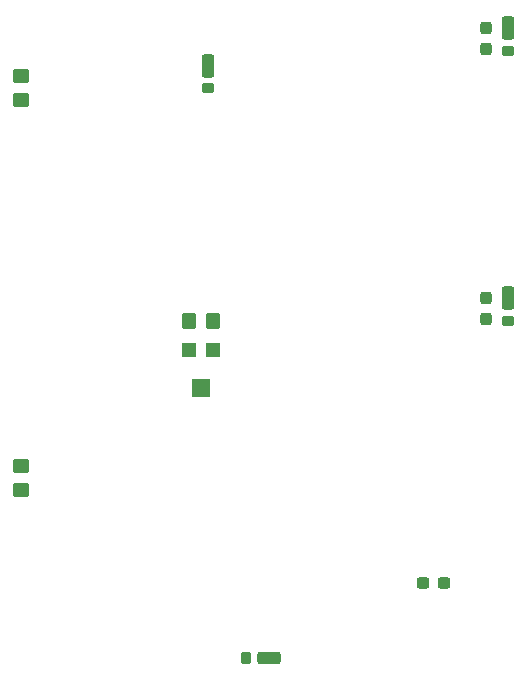
<source format=gbp>
G04 #@! TF.GenerationSoftware,KiCad,Pcbnew,7.0.8*
G04 #@! TF.CreationDate,2024-03-11T02:55:16-07:00*
G04 #@! TF.ProjectId,oc_v1,6f635f76-312e-46b6-9963-61645f706362,1*
G04 #@! TF.SameCoordinates,Original*
G04 #@! TF.FileFunction,Paste,Bot*
G04 #@! TF.FilePolarity,Positive*
%FSLAX46Y46*%
G04 Gerber Fmt 4.6, Leading zero omitted, Abs format (unit mm)*
G04 Created by KiCad (PCBNEW 7.0.8) date 2024-03-11 02:55:16*
%MOMM*%
%LPD*%
G01*
G04 APERTURE LIST*
G04 Aperture macros list*
%AMRoundRect*
0 Rectangle with rounded corners*
0 $1 Rounding radius*
0 $2 $3 $4 $5 $6 $7 $8 $9 X,Y pos of 4 corners*
0 Add a 4 corners polygon primitive as box body*
4,1,4,$2,$3,$4,$5,$6,$7,$8,$9,$2,$3,0*
0 Add four circle primitives for the rounded corners*
1,1,$1+$1,$2,$3*
1,1,$1+$1,$4,$5*
1,1,$1+$1,$6,$7*
1,1,$1+$1,$8,$9*
0 Add four rect primitives between the rounded corners*
20,1,$1+$1,$2,$3,$4,$5,0*
20,1,$1+$1,$4,$5,$6,$7,0*
20,1,$1+$1,$6,$7,$8,$9,0*
20,1,$1+$1,$8,$9,$2,$3,0*%
G04 Aperture macros list end*
%ADD10RoundRect,0.237500X0.300000X0.237500X-0.300000X0.237500X-0.300000X-0.237500X0.300000X-0.237500X0*%
%ADD11RoundRect,0.237500X-0.237500X0.300000X-0.237500X-0.300000X0.237500X-0.300000X0.237500X0.300000X0*%
%ADD12RoundRect,0.250000X-0.350000X-0.450000X0.350000X-0.450000X0.350000X0.450000X-0.350000X0.450000X0*%
%ADD13RoundRect,0.250000X0.300000X-0.750000X0.300000X0.750000X-0.300000X0.750000X-0.300000X-0.750000X0*%
%ADD14RoundRect,0.200000X0.350000X-0.200000X0.350000X0.200000X-0.350000X0.200000X-0.350000X-0.200000X0*%
%ADD15RoundRect,0.250000X0.450000X-0.350000X0.450000X0.350000X-0.450000X0.350000X-0.450000X-0.350000X0*%
%ADD16R,1.200000X1.200000*%
%ADD17R,1.600000X1.500000*%
%ADD18RoundRect,0.250000X-0.750000X-0.300000X0.750000X-0.300000X0.750000X0.300000X-0.750000X0.300000X0*%
%ADD19RoundRect,0.200000X-0.200000X-0.350000X0.200000X-0.350000X0.200000X0.350000X-0.200000X0.350000X0*%
G04 APERTURE END LIST*
D10*
X155167500Y-96520000D03*
X153442500Y-96520000D03*
D11*
X158750000Y-72390000D03*
X158750000Y-74115000D03*
D12*
X133620000Y-74295000D03*
X135620000Y-74295000D03*
D13*
X160655000Y-49530000D03*
D14*
X160655000Y-51430000D03*
D13*
X160655000Y-72390000D03*
D14*
X160655000Y-74290000D03*
D15*
X119380000Y-88630000D03*
X119380000Y-86630000D03*
D16*
X135620000Y-76760000D03*
D17*
X134620000Y-80010000D03*
D16*
X133620000Y-76760000D03*
D11*
X158750000Y-49530000D03*
X158750000Y-51255000D03*
D18*
X140350000Y-102870000D03*
D19*
X138450000Y-102870000D03*
D13*
X135255000Y-52690000D03*
D14*
X135255000Y-54590000D03*
D15*
X119380000Y-55610000D03*
X119380000Y-53610000D03*
M02*

</source>
